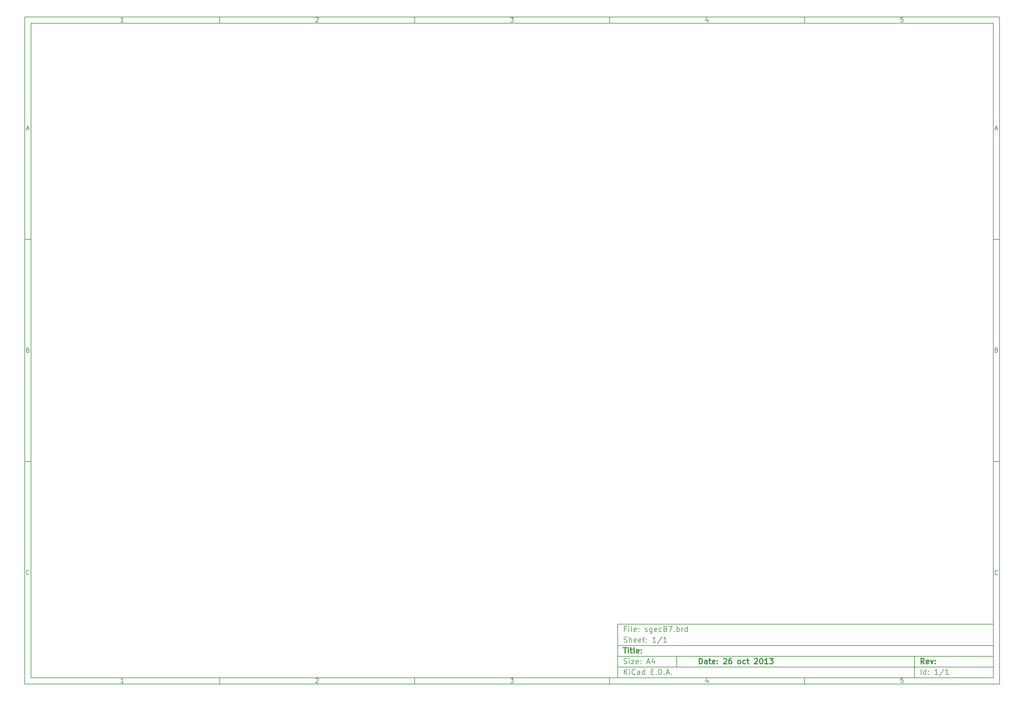
<source format=gbr>
G04 (created by PCBNEW-RS274X (2011-04-29 BZR 2986)-stable) date 10/26/2013 1:24:27 PM*
G01*
G70*
G90*
%MOIN*%
G04 Gerber Fmt 3.4, Leading zero omitted, Abs format*
%FSLAX34Y34*%
G04 APERTURE LIST*
%ADD10C,0.006000*%
%ADD11C,0.012000*%
G04 APERTURE END LIST*
G54D10*
X04000Y-04000D02*
X113000Y-04000D01*
X113000Y-78670D01*
X04000Y-78670D01*
X04000Y-04000D01*
X04700Y-04700D02*
X112300Y-04700D01*
X112300Y-77970D01*
X04700Y-77970D01*
X04700Y-04700D01*
X25800Y-04000D02*
X25800Y-04700D01*
X15043Y-04552D02*
X14757Y-04552D01*
X14900Y-04552D02*
X14900Y-04052D01*
X14852Y-04124D01*
X14805Y-04171D01*
X14757Y-04195D01*
X25800Y-78670D02*
X25800Y-77970D01*
X15043Y-78522D02*
X14757Y-78522D01*
X14900Y-78522D02*
X14900Y-78022D01*
X14852Y-78094D01*
X14805Y-78141D01*
X14757Y-78165D01*
X47600Y-04000D02*
X47600Y-04700D01*
X36557Y-04100D02*
X36581Y-04076D01*
X36629Y-04052D01*
X36748Y-04052D01*
X36795Y-04076D01*
X36819Y-04100D01*
X36843Y-04148D01*
X36843Y-04195D01*
X36819Y-04267D01*
X36533Y-04552D01*
X36843Y-04552D01*
X47600Y-78670D02*
X47600Y-77970D01*
X36557Y-78070D02*
X36581Y-78046D01*
X36629Y-78022D01*
X36748Y-78022D01*
X36795Y-78046D01*
X36819Y-78070D01*
X36843Y-78118D01*
X36843Y-78165D01*
X36819Y-78237D01*
X36533Y-78522D01*
X36843Y-78522D01*
X69400Y-04000D02*
X69400Y-04700D01*
X58333Y-04052D02*
X58643Y-04052D01*
X58476Y-04243D01*
X58548Y-04243D01*
X58595Y-04267D01*
X58619Y-04290D01*
X58643Y-04338D01*
X58643Y-04457D01*
X58619Y-04505D01*
X58595Y-04529D01*
X58548Y-04552D01*
X58405Y-04552D01*
X58357Y-04529D01*
X58333Y-04505D01*
X69400Y-78670D02*
X69400Y-77970D01*
X58333Y-78022D02*
X58643Y-78022D01*
X58476Y-78213D01*
X58548Y-78213D01*
X58595Y-78237D01*
X58619Y-78260D01*
X58643Y-78308D01*
X58643Y-78427D01*
X58619Y-78475D01*
X58595Y-78499D01*
X58548Y-78522D01*
X58405Y-78522D01*
X58357Y-78499D01*
X58333Y-78475D01*
X91200Y-04000D02*
X91200Y-04700D01*
X80395Y-04219D02*
X80395Y-04552D01*
X80276Y-04029D02*
X80157Y-04386D01*
X80467Y-04386D01*
X91200Y-78670D02*
X91200Y-77970D01*
X80395Y-78189D02*
X80395Y-78522D01*
X80276Y-77999D02*
X80157Y-78356D01*
X80467Y-78356D01*
X102219Y-04052D02*
X101981Y-04052D01*
X101957Y-04290D01*
X101981Y-04267D01*
X102029Y-04243D01*
X102148Y-04243D01*
X102195Y-04267D01*
X102219Y-04290D01*
X102243Y-04338D01*
X102243Y-04457D01*
X102219Y-04505D01*
X102195Y-04529D01*
X102148Y-04552D01*
X102029Y-04552D01*
X101981Y-04529D01*
X101957Y-04505D01*
X102219Y-78022D02*
X101981Y-78022D01*
X101957Y-78260D01*
X101981Y-78237D01*
X102029Y-78213D01*
X102148Y-78213D01*
X102195Y-78237D01*
X102219Y-78260D01*
X102243Y-78308D01*
X102243Y-78427D01*
X102219Y-78475D01*
X102195Y-78499D01*
X102148Y-78522D01*
X102029Y-78522D01*
X101981Y-78499D01*
X101957Y-78475D01*
X04000Y-28890D02*
X04700Y-28890D01*
X04231Y-16510D02*
X04469Y-16510D01*
X04184Y-16652D02*
X04350Y-16152D01*
X04517Y-16652D01*
X113000Y-28890D02*
X112300Y-28890D01*
X112531Y-16510D02*
X112769Y-16510D01*
X112484Y-16652D02*
X112650Y-16152D01*
X112817Y-16652D01*
X04000Y-53780D02*
X04700Y-53780D01*
X04386Y-41280D02*
X04457Y-41304D01*
X04481Y-41328D01*
X04505Y-41376D01*
X04505Y-41447D01*
X04481Y-41495D01*
X04457Y-41519D01*
X04410Y-41542D01*
X04219Y-41542D01*
X04219Y-41042D01*
X04386Y-41042D01*
X04433Y-41066D01*
X04457Y-41090D01*
X04481Y-41138D01*
X04481Y-41185D01*
X04457Y-41233D01*
X04433Y-41257D01*
X04386Y-41280D01*
X04219Y-41280D01*
X113000Y-53780D02*
X112300Y-53780D01*
X112686Y-41280D02*
X112757Y-41304D01*
X112781Y-41328D01*
X112805Y-41376D01*
X112805Y-41447D01*
X112781Y-41495D01*
X112757Y-41519D01*
X112710Y-41542D01*
X112519Y-41542D01*
X112519Y-41042D01*
X112686Y-41042D01*
X112733Y-41066D01*
X112757Y-41090D01*
X112781Y-41138D01*
X112781Y-41185D01*
X112757Y-41233D01*
X112733Y-41257D01*
X112686Y-41280D01*
X112519Y-41280D01*
X04505Y-66385D02*
X04481Y-66409D01*
X04410Y-66432D01*
X04362Y-66432D01*
X04290Y-66409D01*
X04243Y-66361D01*
X04219Y-66313D01*
X04195Y-66218D01*
X04195Y-66147D01*
X04219Y-66051D01*
X04243Y-66004D01*
X04290Y-65956D01*
X04362Y-65932D01*
X04410Y-65932D01*
X04481Y-65956D01*
X04505Y-65980D01*
X112805Y-66385D02*
X112781Y-66409D01*
X112710Y-66432D01*
X112662Y-66432D01*
X112590Y-66409D01*
X112543Y-66361D01*
X112519Y-66313D01*
X112495Y-66218D01*
X112495Y-66147D01*
X112519Y-66051D01*
X112543Y-66004D01*
X112590Y-65956D01*
X112662Y-65932D01*
X112710Y-65932D01*
X112781Y-65956D01*
X112805Y-65980D01*
G54D11*
X79443Y-76413D02*
X79443Y-75813D01*
X79586Y-75813D01*
X79671Y-75841D01*
X79729Y-75899D01*
X79757Y-75956D01*
X79786Y-76070D01*
X79786Y-76156D01*
X79757Y-76270D01*
X79729Y-76327D01*
X79671Y-76384D01*
X79586Y-76413D01*
X79443Y-76413D01*
X80300Y-76413D02*
X80300Y-76099D01*
X80271Y-76041D01*
X80214Y-76013D01*
X80100Y-76013D01*
X80043Y-76041D01*
X80300Y-76384D02*
X80243Y-76413D01*
X80100Y-76413D01*
X80043Y-76384D01*
X80014Y-76327D01*
X80014Y-76270D01*
X80043Y-76213D01*
X80100Y-76184D01*
X80243Y-76184D01*
X80300Y-76156D01*
X80500Y-76013D02*
X80729Y-76013D01*
X80586Y-75813D02*
X80586Y-76327D01*
X80614Y-76384D01*
X80672Y-76413D01*
X80729Y-76413D01*
X81157Y-76384D02*
X81100Y-76413D01*
X80986Y-76413D01*
X80929Y-76384D01*
X80900Y-76327D01*
X80900Y-76099D01*
X80929Y-76041D01*
X80986Y-76013D01*
X81100Y-76013D01*
X81157Y-76041D01*
X81186Y-76099D01*
X81186Y-76156D01*
X80900Y-76213D01*
X81443Y-76356D02*
X81471Y-76384D01*
X81443Y-76413D01*
X81414Y-76384D01*
X81443Y-76356D01*
X81443Y-76413D01*
X81443Y-76041D02*
X81471Y-76070D01*
X81443Y-76099D01*
X81414Y-76070D01*
X81443Y-76041D01*
X81443Y-76099D01*
X82157Y-75870D02*
X82186Y-75841D01*
X82243Y-75813D01*
X82386Y-75813D01*
X82443Y-75841D01*
X82472Y-75870D01*
X82500Y-75927D01*
X82500Y-75984D01*
X82472Y-76070D01*
X82129Y-76413D01*
X82500Y-76413D01*
X83014Y-75813D02*
X82900Y-75813D01*
X82843Y-75841D01*
X82814Y-75870D01*
X82757Y-75956D01*
X82728Y-76070D01*
X82728Y-76299D01*
X82757Y-76356D01*
X82785Y-76384D01*
X82843Y-76413D01*
X82957Y-76413D01*
X83014Y-76384D01*
X83043Y-76356D01*
X83071Y-76299D01*
X83071Y-76156D01*
X83043Y-76099D01*
X83014Y-76070D01*
X82957Y-76041D01*
X82843Y-76041D01*
X82785Y-76070D01*
X82757Y-76099D01*
X82728Y-76156D01*
X83871Y-76413D02*
X83813Y-76384D01*
X83785Y-76356D01*
X83756Y-76299D01*
X83756Y-76127D01*
X83785Y-76070D01*
X83813Y-76041D01*
X83871Y-76013D01*
X83956Y-76013D01*
X84013Y-76041D01*
X84042Y-76070D01*
X84071Y-76127D01*
X84071Y-76299D01*
X84042Y-76356D01*
X84013Y-76384D01*
X83956Y-76413D01*
X83871Y-76413D01*
X84585Y-76384D02*
X84528Y-76413D01*
X84414Y-76413D01*
X84356Y-76384D01*
X84328Y-76356D01*
X84299Y-76299D01*
X84299Y-76127D01*
X84328Y-76070D01*
X84356Y-76041D01*
X84414Y-76013D01*
X84528Y-76013D01*
X84585Y-76041D01*
X84756Y-76013D02*
X84985Y-76013D01*
X84842Y-75813D02*
X84842Y-76327D01*
X84870Y-76384D01*
X84928Y-76413D01*
X84985Y-76413D01*
X85613Y-75870D02*
X85642Y-75841D01*
X85699Y-75813D01*
X85842Y-75813D01*
X85899Y-75841D01*
X85928Y-75870D01*
X85956Y-75927D01*
X85956Y-75984D01*
X85928Y-76070D01*
X85585Y-76413D01*
X85956Y-76413D01*
X86327Y-75813D02*
X86384Y-75813D01*
X86441Y-75841D01*
X86470Y-75870D01*
X86499Y-75927D01*
X86527Y-76041D01*
X86527Y-76184D01*
X86499Y-76299D01*
X86470Y-76356D01*
X86441Y-76384D01*
X86384Y-76413D01*
X86327Y-76413D01*
X86270Y-76384D01*
X86241Y-76356D01*
X86213Y-76299D01*
X86184Y-76184D01*
X86184Y-76041D01*
X86213Y-75927D01*
X86241Y-75870D01*
X86270Y-75841D01*
X86327Y-75813D01*
X87098Y-76413D02*
X86755Y-76413D01*
X86927Y-76413D02*
X86927Y-75813D01*
X86870Y-75899D01*
X86812Y-75956D01*
X86755Y-75984D01*
X87298Y-75813D02*
X87669Y-75813D01*
X87469Y-76041D01*
X87555Y-76041D01*
X87612Y-76070D01*
X87641Y-76099D01*
X87669Y-76156D01*
X87669Y-76299D01*
X87641Y-76356D01*
X87612Y-76384D01*
X87555Y-76413D01*
X87383Y-76413D01*
X87326Y-76384D01*
X87298Y-76356D01*
G54D10*
X71043Y-77613D02*
X71043Y-77013D01*
X71386Y-77613D02*
X71129Y-77270D01*
X71386Y-77013D02*
X71043Y-77356D01*
X71643Y-77613D02*
X71643Y-77213D01*
X71643Y-77013D02*
X71614Y-77041D01*
X71643Y-77070D01*
X71671Y-77041D01*
X71643Y-77013D01*
X71643Y-77070D01*
X72272Y-77556D02*
X72243Y-77584D01*
X72157Y-77613D01*
X72100Y-77613D01*
X72015Y-77584D01*
X71957Y-77527D01*
X71929Y-77470D01*
X71900Y-77356D01*
X71900Y-77270D01*
X71929Y-77156D01*
X71957Y-77099D01*
X72015Y-77041D01*
X72100Y-77013D01*
X72157Y-77013D01*
X72243Y-77041D01*
X72272Y-77070D01*
X72786Y-77613D02*
X72786Y-77299D01*
X72757Y-77241D01*
X72700Y-77213D01*
X72586Y-77213D01*
X72529Y-77241D01*
X72786Y-77584D02*
X72729Y-77613D01*
X72586Y-77613D01*
X72529Y-77584D01*
X72500Y-77527D01*
X72500Y-77470D01*
X72529Y-77413D01*
X72586Y-77384D01*
X72729Y-77384D01*
X72786Y-77356D01*
X73329Y-77613D02*
X73329Y-77013D01*
X73329Y-77584D02*
X73272Y-77613D01*
X73158Y-77613D01*
X73100Y-77584D01*
X73072Y-77556D01*
X73043Y-77499D01*
X73043Y-77327D01*
X73072Y-77270D01*
X73100Y-77241D01*
X73158Y-77213D01*
X73272Y-77213D01*
X73329Y-77241D01*
X74072Y-77299D02*
X74272Y-77299D01*
X74358Y-77613D02*
X74072Y-77613D01*
X74072Y-77013D01*
X74358Y-77013D01*
X74615Y-77556D02*
X74643Y-77584D01*
X74615Y-77613D01*
X74586Y-77584D01*
X74615Y-77556D01*
X74615Y-77613D01*
X74901Y-77613D02*
X74901Y-77013D01*
X75044Y-77013D01*
X75129Y-77041D01*
X75187Y-77099D01*
X75215Y-77156D01*
X75244Y-77270D01*
X75244Y-77356D01*
X75215Y-77470D01*
X75187Y-77527D01*
X75129Y-77584D01*
X75044Y-77613D01*
X74901Y-77613D01*
X75501Y-77556D02*
X75529Y-77584D01*
X75501Y-77613D01*
X75472Y-77584D01*
X75501Y-77556D01*
X75501Y-77613D01*
X75758Y-77441D02*
X76044Y-77441D01*
X75701Y-77613D02*
X75901Y-77013D01*
X76101Y-77613D01*
X76301Y-77556D02*
X76329Y-77584D01*
X76301Y-77613D01*
X76272Y-77584D01*
X76301Y-77556D01*
X76301Y-77613D01*
G54D11*
X104586Y-76413D02*
X104386Y-76127D01*
X104243Y-76413D02*
X104243Y-75813D01*
X104471Y-75813D01*
X104529Y-75841D01*
X104557Y-75870D01*
X104586Y-75927D01*
X104586Y-76013D01*
X104557Y-76070D01*
X104529Y-76099D01*
X104471Y-76127D01*
X104243Y-76127D01*
X105071Y-76384D02*
X105014Y-76413D01*
X104900Y-76413D01*
X104843Y-76384D01*
X104814Y-76327D01*
X104814Y-76099D01*
X104843Y-76041D01*
X104900Y-76013D01*
X105014Y-76013D01*
X105071Y-76041D01*
X105100Y-76099D01*
X105100Y-76156D01*
X104814Y-76213D01*
X105300Y-76013D02*
X105443Y-76413D01*
X105585Y-76013D01*
X105814Y-76356D02*
X105842Y-76384D01*
X105814Y-76413D01*
X105785Y-76384D01*
X105814Y-76356D01*
X105814Y-76413D01*
X105814Y-76041D02*
X105842Y-76070D01*
X105814Y-76099D01*
X105785Y-76070D01*
X105814Y-76041D01*
X105814Y-76099D01*
G54D10*
X71014Y-76384D02*
X71100Y-76413D01*
X71243Y-76413D01*
X71300Y-76384D01*
X71329Y-76356D01*
X71357Y-76299D01*
X71357Y-76241D01*
X71329Y-76184D01*
X71300Y-76156D01*
X71243Y-76127D01*
X71129Y-76099D01*
X71071Y-76070D01*
X71043Y-76041D01*
X71014Y-75984D01*
X71014Y-75927D01*
X71043Y-75870D01*
X71071Y-75841D01*
X71129Y-75813D01*
X71271Y-75813D01*
X71357Y-75841D01*
X71614Y-76413D02*
X71614Y-76013D01*
X71614Y-75813D02*
X71585Y-75841D01*
X71614Y-75870D01*
X71642Y-75841D01*
X71614Y-75813D01*
X71614Y-75870D01*
X71843Y-76013D02*
X72157Y-76013D01*
X71843Y-76413D01*
X72157Y-76413D01*
X72614Y-76384D02*
X72557Y-76413D01*
X72443Y-76413D01*
X72386Y-76384D01*
X72357Y-76327D01*
X72357Y-76099D01*
X72386Y-76041D01*
X72443Y-76013D01*
X72557Y-76013D01*
X72614Y-76041D01*
X72643Y-76099D01*
X72643Y-76156D01*
X72357Y-76213D01*
X72900Y-76356D02*
X72928Y-76384D01*
X72900Y-76413D01*
X72871Y-76384D01*
X72900Y-76356D01*
X72900Y-76413D01*
X72900Y-76041D02*
X72928Y-76070D01*
X72900Y-76099D01*
X72871Y-76070D01*
X72900Y-76041D01*
X72900Y-76099D01*
X73614Y-76241D02*
X73900Y-76241D01*
X73557Y-76413D02*
X73757Y-75813D01*
X73957Y-76413D01*
X74414Y-76013D02*
X74414Y-76413D01*
X74271Y-75784D02*
X74128Y-76213D01*
X74500Y-76213D01*
X104243Y-77613D02*
X104243Y-77013D01*
X104786Y-77613D02*
X104786Y-77013D01*
X104786Y-77584D02*
X104729Y-77613D01*
X104615Y-77613D01*
X104557Y-77584D01*
X104529Y-77556D01*
X104500Y-77499D01*
X104500Y-77327D01*
X104529Y-77270D01*
X104557Y-77241D01*
X104615Y-77213D01*
X104729Y-77213D01*
X104786Y-77241D01*
X105072Y-77556D02*
X105100Y-77584D01*
X105072Y-77613D01*
X105043Y-77584D01*
X105072Y-77556D01*
X105072Y-77613D01*
X105072Y-77241D02*
X105100Y-77270D01*
X105072Y-77299D01*
X105043Y-77270D01*
X105072Y-77241D01*
X105072Y-77299D01*
X106129Y-77613D02*
X105786Y-77613D01*
X105958Y-77613D02*
X105958Y-77013D01*
X105901Y-77099D01*
X105843Y-77156D01*
X105786Y-77184D01*
X106814Y-76984D02*
X106300Y-77756D01*
X107329Y-77613D02*
X106986Y-77613D01*
X107158Y-77613D02*
X107158Y-77013D01*
X107101Y-77099D01*
X107043Y-77156D01*
X106986Y-77184D01*
G54D11*
X70957Y-74613D02*
X71300Y-74613D01*
X71129Y-75213D02*
X71129Y-74613D01*
X71500Y-75213D02*
X71500Y-74813D01*
X71500Y-74613D02*
X71471Y-74641D01*
X71500Y-74670D01*
X71528Y-74641D01*
X71500Y-74613D01*
X71500Y-74670D01*
X71700Y-74813D02*
X71929Y-74813D01*
X71786Y-74613D02*
X71786Y-75127D01*
X71814Y-75184D01*
X71872Y-75213D01*
X71929Y-75213D01*
X72215Y-75213D02*
X72157Y-75184D01*
X72129Y-75127D01*
X72129Y-74613D01*
X72671Y-75184D02*
X72614Y-75213D01*
X72500Y-75213D01*
X72443Y-75184D01*
X72414Y-75127D01*
X72414Y-74899D01*
X72443Y-74841D01*
X72500Y-74813D01*
X72614Y-74813D01*
X72671Y-74841D01*
X72700Y-74899D01*
X72700Y-74956D01*
X72414Y-75013D01*
X72957Y-75156D02*
X72985Y-75184D01*
X72957Y-75213D01*
X72928Y-75184D01*
X72957Y-75156D01*
X72957Y-75213D01*
X72957Y-74841D02*
X72985Y-74870D01*
X72957Y-74899D01*
X72928Y-74870D01*
X72957Y-74841D01*
X72957Y-74899D01*
G54D10*
X71243Y-72499D02*
X71043Y-72499D01*
X71043Y-72813D02*
X71043Y-72213D01*
X71329Y-72213D01*
X71557Y-72813D02*
X71557Y-72413D01*
X71557Y-72213D02*
X71528Y-72241D01*
X71557Y-72270D01*
X71585Y-72241D01*
X71557Y-72213D01*
X71557Y-72270D01*
X71929Y-72813D02*
X71871Y-72784D01*
X71843Y-72727D01*
X71843Y-72213D01*
X72385Y-72784D02*
X72328Y-72813D01*
X72214Y-72813D01*
X72157Y-72784D01*
X72128Y-72727D01*
X72128Y-72499D01*
X72157Y-72441D01*
X72214Y-72413D01*
X72328Y-72413D01*
X72385Y-72441D01*
X72414Y-72499D01*
X72414Y-72556D01*
X72128Y-72613D01*
X72671Y-72756D02*
X72699Y-72784D01*
X72671Y-72813D01*
X72642Y-72784D01*
X72671Y-72756D01*
X72671Y-72813D01*
X72671Y-72441D02*
X72699Y-72470D01*
X72671Y-72499D01*
X72642Y-72470D01*
X72671Y-72441D01*
X72671Y-72499D01*
X73385Y-72784D02*
X73442Y-72813D01*
X73557Y-72813D01*
X73614Y-72784D01*
X73642Y-72727D01*
X73642Y-72699D01*
X73614Y-72641D01*
X73557Y-72613D01*
X73471Y-72613D01*
X73414Y-72584D01*
X73385Y-72527D01*
X73385Y-72499D01*
X73414Y-72441D01*
X73471Y-72413D01*
X73557Y-72413D01*
X73614Y-72441D01*
X74157Y-72413D02*
X74157Y-72899D01*
X74128Y-72956D01*
X74100Y-72984D01*
X74043Y-73013D01*
X73957Y-73013D01*
X73900Y-72984D01*
X74157Y-72784D02*
X74100Y-72813D01*
X73986Y-72813D01*
X73928Y-72784D01*
X73900Y-72756D01*
X73871Y-72699D01*
X73871Y-72527D01*
X73900Y-72470D01*
X73928Y-72441D01*
X73986Y-72413D01*
X74100Y-72413D01*
X74157Y-72441D01*
X74671Y-72784D02*
X74614Y-72813D01*
X74500Y-72813D01*
X74443Y-72784D01*
X74414Y-72727D01*
X74414Y-72499D01*
X74443Y-72441D01*
X74500Y-72413D01*
X74614Y-72413D01*
X74671Y-72441D01*
X74700Y-72499D01*
X74700Y-72556D01*
X74414Y-72613D01*
X75214Y-72784D02*
X75157Y-72813D01*
X75043Y-72813D01*
X74985Y-72784D01*
X74957Y-72756D01*
X74928Y-72699D01*
X74928Y-72527D01*
X74957Y-72470D01*
X74985Y-72441D01*
X75043Y-72413D01*
X75157Y-72413D01*
X75214Y-72441D01*
X75671Y-72499D02*
X75757Y-72527D01*
X75785Y-72556D01*
X75814Y-72613D01*
X75814Y-72699D01*
X75785Y-72756D01*
X75757Y-72784D01*
X75699Y-72813D01*
X75471Y-72813D01*
X75471Y-72213D01*
X75671Y-72213D01*
X75728Y-72241D01*
X75757Y-72270D01*
X75785Y-72327D01*
X75785Y-72384D01*
X75757Y-72441D01*
X75728Y-72470D01*
X75671Y-72499D01*
X75471Y-72499D01*
X76014Y-72213D02*
X76414Y-72213D01*
X76157Y-72813D01*
X76642Y-72756D02*
X76670Y-72784D01*
X76642Y-72813D01*
X76613Y-72784D01*
X76642Y-72756D01*
X76642Y-72813D01*
X76928Y-72813D02*
X76928Y-72213D01*
X76928Y-72441D02*
X76985Y-72413D01*
X77099Y-72413D01*
X77156Y-72441D01*
X77185Y-72470D01*
X77214Y-72527D01*
X77214Y-72699D01*
X77185Y-72756D01*
X77156Y-72784D01*
X77099Y-72813D01*
X76985Y-72813D01*
X76928Y-72784D01*
X77471Y-72813D02*
X77471Y-72413D01*
X77471Y-72527D02*
X77499Y-72470D01*
X77528Y-72441D01*
X77585Y-72413D01*
X77642Y-72413D01*
X78099Y-72813D02*
X78099Y-72213D01*
X78099Y-72784D02*
X78042Y-72813D01*
X77928Y-72813D01*
X77870Y-72784D01*
X77842Y-72756D01*
X77813Y-72699D01*
X77813Y-72527D01*
X77842Y-72470D01*
X77870Y-72441D01*
X77928Y-72413D01*
X78042Y-72413D01*
X78099Y-72441D01*
X71014Y-73984D02*
X71100Y-74013D01*
X71243Y-74013D01*
X71300Y-73984D01*
X71329Y-73956D01*
X71357Y-73899D01*
X71357Y-73841D01*
X71329Y-73784D01*
X71300Y-73756D01*
X71243Y-73727D01*
X71129Y-73699D01*
X71071Y-73670D01*
X71043Y-73641D01*
X71014Y-73584D01*
X71014Y-73527D01*
X71043Y-73470D01*
X71071Y-73441D01*
X71129Y-73413D01*
X71271Y-73413D01*
X71357Y-73441D01*
X71614Y-74013D02*
X71614Y-73413D01*
X71871Y-74013D02*
X71871Y-73699D01*
X71842Y-73641D01*
X71785Y-73613D01*
X71700Y-73613D01*
X71642Y-73641D01*
X71614Y-73670D01*
X72385Y-73984D02*
X72328Y-74013D01*
X72214Y-74013D01*
X72157Y-73984D01*
X72128Y-73927D01*
X72128Y-73699D01*
X72157Y-73641D01*
X72214Y-73613D01*
X72328Y-73613D01*
X72385Y-73641D01*
X72414Y-73699D01*
X72414Y-73756D01*
X72128Y-73813D01*
X72899Y-73984D02*
X72842Y-74013D01*
X72728Y-74013D01*
X72671Y-73984D01*
X72642Y-73927D01*
X72642Y-73699D01*
X72671Y-73641D01*
X72728Y-73613D01*
X72842Y-73613D01*
X72899Y-73641D01*
X72928Y-73699D01*
X72928Y-73756D01*
X72642Y-73813D01*
X73099Y-73613D02*
X73328Y-73613D01*
X73185Y-73413D02*
X73185Y-73927D01*
X73213Y-73984D01*
X73271Y-74013D01*
X73328Y-74013D01*
X73528Y-73956D02*
X73556Y-73984D01*
X73528Y-74013D01*
X73499Y-73984D01*
X73528Y-73956D01*
X73528Y-74013D01*
X73528Y-73641D02*
X73556Y-73670D01*
X73528Y-73699D01*
X73499Y-73670D01*
X73528Y-73641D01*
X73528Y-73699D01*
X74585Y-74013D02*
X74242Y-74013D01*
X74414Y-74013D02*
X74414Y-73413D01*
X74357Y-73499D01*
X74299Y-73556D01*
X74242Y-73584D01*
X75270Y-73384D02*
X74756Y-74156D01*
X75785Y-74013D02*
X75442Y-74013D01*
X75614Y-74013D02*
X75614Y-73413D01*
X75557Y-73499D01*
X75499Y-73556D01*
X75442Y-73584D01*
X70300Y-71970D02*
X70300Y-77970D01*
X70300Y-71970D02*
X112300Y-71970D01*
X70300Y-71970D02*
X112300Y-71970D01*
X70300Y-74370D02*
X112300Y-74370D01*
X103500Y-75570D02*
X103500Y-77970D01*
X70300Y-76770D02*
X112300Y-76770D01*
X70300Y-75570D02*
X112300Y-75570D01*
X76900Y-75570D02*
X76900Y-76770D01*
M02*

</source>
